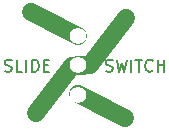
<source format=gto>
%TF.GenerationSoftware,KiCad,Pcbnew,4.0.5-e0-6337~49~ubuntu16.04.1*%
%TF.CreationDate,2017-02-13T23:07:15-08:00*%
%TF.ProjectId,2x2-Switch-Slide,3278322D5377697463682D536C696465,1.0*%
%TF.FileFunction,Legend,Top*%
%FSLAX46Y46*%
G04 Gerber Fmt 4.6, Leading zero omitted, Abs format (unit mm)*
G04 Created by KiCad (PCBNEW 4.0.5-e0-6337~49~ubuntu16.04.1) date Mon Feb 13 23:07:15 2017*
%MOMM*%
%LPD*%
G01*
G04 APERTURE LIST*
%ADD10C,0.350000*%
%ADD11C,1.500000*%
%ADD12C,0.150000*%
%ADD13C,1.402400*%
G04 APERTURE END LIST*
D10*
D11*
X27907000Y-51601800D02*
X23907000Y-49601800D01*
X28957800Y-54135200D02*
X31957800Y-50135200D01*
X27957800Y-54135200D02*
X28957800Y-54135200D01*
X27381400Y-54145000D02*
X24381400Y-58145000D01*
X28381400Y-54145000D02*
X27381400Y-54145000D01*
X31894800Y-58586800D02*
X27894800Y-56586800D01*
D12*
X21741095Y-54608362D02*
X21883952Y-54655981D01*
X22122048Y-54655981D01*
X22217286Y-54608362D01*
X22264905Y-54560743D01*
X22312524Y-54465505D01*
X22312524Y-54370267D01*
X22264905Y-54275029D01*
X22217286Y-54227410D01*
X22122048Y-54179790D01*
X21931571Y-54132171D01*
X21836333Y-54084552D01*
X21788714Y-54036933D01*
X21741095Y-53941695D01*
X21741095Y-53846457D01*
X21788714Y-53751219D01*
X21836333Y-53703600D01*
X21931571Y-53655981D01*
X22169667Y-53655981D01*
X22312524Y-53703600D01*
X23217286Y-54655981D02*
X22741095Y-54655981D01*
X22741095Y-53655981D01*
X23550619Y-54655981D02*
X23550619Y-53655981D01*
X24026809Y-54655981D02*
X24026809Y-53655981D01*
X24264904Y-53655981D01*
X24407762Y-53703600D01*
X24503000Y-53798838D01*
X24550619Y-53894076D01*
X24598238Y-54084552D01*
X24598238Y-54227410D01*
X24550619Y-54417886D01*
X24503000Y-54513124D01*
X24407762Y-54608362D01*
X24264904Y-54655981D01*
X24026809Y-54655981D01*
X25026809Y-54132171D02*
X25360143Y-54132171D01*
X25503000Y-54655981D02*
X25026809Y-54655981D01*
X25026809Y-53655981D01*
X25503000Y-53655981D01*
X30291400Y-54608362D02*
X30434257Y-54655981D01*
X30672353Y-54655981D01*
X30767591Y-54608362D01*
X30815210Y-54560743D01*
X30862829Y-54465505D01*
X30862829Y-54370267D01*
X30815210Y-54275029D01*
X30767591Y-54227410D01*
X30672353Y-54179790D01*
X30481876Y-54132171D01*
X30386638Y-54084552D01*
X30339019Y-54036933D01*
X30291400Y-53941695D01*
X30291400Y-53846457D01*
X30339019Y-53751219D01*
X30386638Y-53703600D01*
X30481876Y-53655981D01*
X30719972Y-53655981D01*
X30862829Y-53703600D01*
X31196162Y-53655981D02*
X31434257Y-54655981D01*
X31624734Y-53941695D01*
X31815210Y-54655981D01*
X32053305Y-53655981D01*
X32434257Y-54655981D02*
X32434257Y-53655981D01*
X32767590Y-53655981D02*
X33339019Y-53655981D01*
X33053304Y-54655981D02*
X33053304Y-53655981D01*
X34243781Y-54560743D02*
X34196162Y-54608362D01*
X34053305Y-54655981D01*
X33958067Y-54655981D01*
X33815209Y-54608362D01*
X33719971Y-54513124D01*
X33672352Y-54417886D01*
X33624733Y-54227410D01*
X33624733Y-54084552D01*
X33672352Y-53894076D01*
X33719971Y-53798838D01*
X33815209Y-53703600D01*
X33958067Y-53655981D01*
X34053305Y-53655981D01*
X34196162Y-53703600D01*
X34243781Y-53751219D01*
X34672352Y-54655981D02*
X34672352Y-53655981D01*
X34672352Y-54132171D02*
X35243781Y-54132171D01*
X35243781Y-54655981D02*
X35243781Y-53655981D01*
%LPC*%
D13*
X27915600Y-54116600D03*
X27915600Y-51616600D03*
X27915600Y-56616600D03*
M02*

</source>
